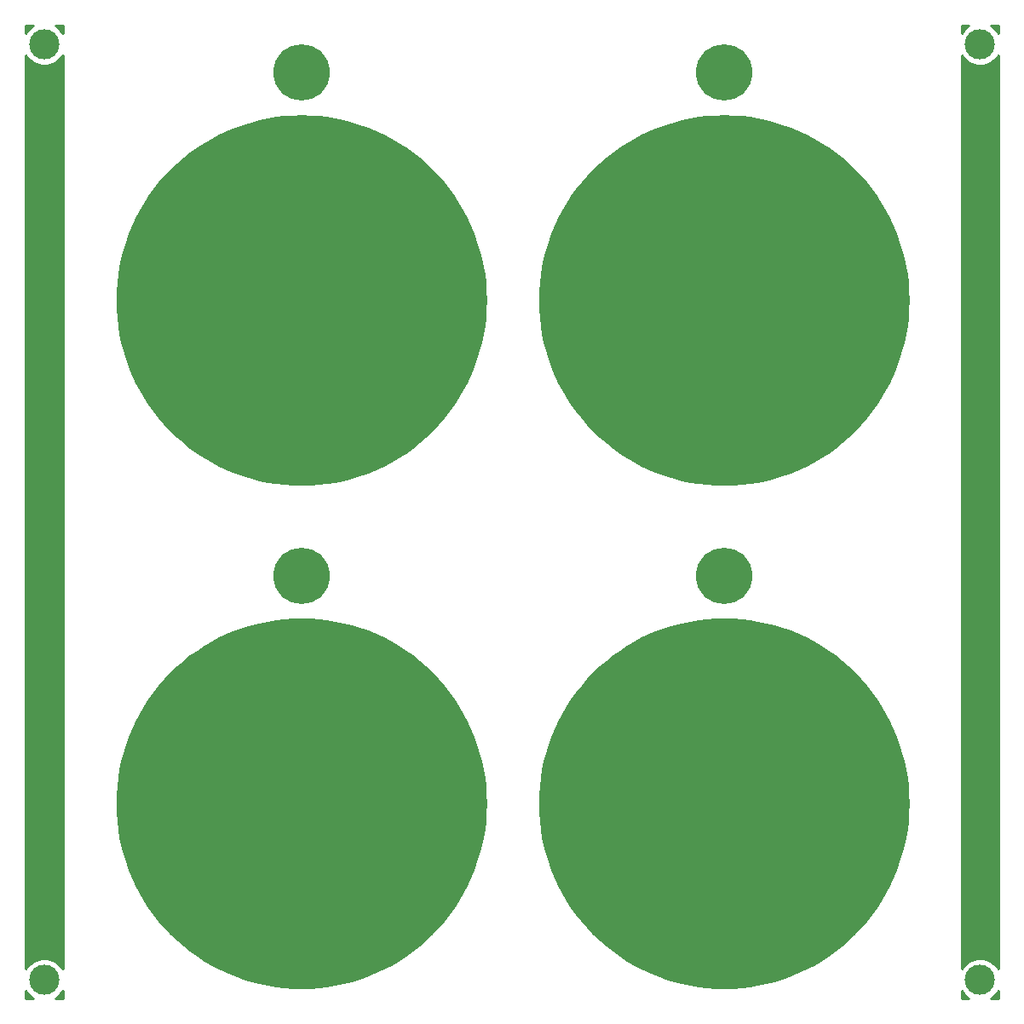
<source format=gtl>
%MOIN*%
%OFA0B0*%
%FSLAX46Y46*%
%IPPOS*%
%LPD*%
%ADD10C,0.22047244094488189*%
%ADD11C,0.01*%
%ADD22C,0.22047244094488189*%
%ADD23C,0.01*%
%ADD24C,0.22047244094488189*%
%ADD25C,0.01*%
%ADD26C,0.22047244094488189*%
%ADD27C,0.01*%
%ADD28C,0.11811023622047245*%
%ADD29C,0.01*%
%ADD30C,0.11811023622047245*%
%ADD31C,0.01*%
D10*
X0000393700Y0002047244D02*
X0001143700Y0003687244D03*
D11*
G36*
X0001176952Y0003516474D02*
G01*
X0001210133Y0003514171D01*
X0001243173Y0003510338D01*
X0001276000Y0003504983D01*
X0001308544Y0003498118D01*
X0001340738Y0003489757D01*
X0001372509Y0003479918D01*
X0001403793Y0003468622D01*
X0001434523Y0003455894D01*
X0001464631Y0003441760D01*
X0001494055Y0003426250D01*
X0001522731Y0003409399D01*
X0001550597Y0003391241D01*
X0001577597Y0003371815D01*
X0001603669Y0003351163D01*
X0001628760Y0003329329D01*
X0001652816Y0003306360D01*
X0001675786Y0003282304D01*
X0001697620Y0003257212D01*
X0001718272Y0003231140D01*
X0001737698Y0003204141D01*
X0001755855Y0003176274D01*
X0001772707Y0003147598D01*
X0001788217Y0003118175D01*
X0001802351Y0003088066D01*
X0001815079Y0003057337D01*
X0001826375Y0003026053D01*
X0001836213Y0002994281D01*
X0001844575Y0002962087D01*
X0001851440Y0002929543D01*
X0001856794Y0002896716D01*
X0001860628Y0002863676D01*
X0001862931Y0002830496D01*
X0001863699Y0002797244D01*
X0001862931Y0002763992D01*
X0001860628Y0002730811D01*
X0001856794Y0002697771D01*
X0001851440Y0002664944D01*
X0001844575Y0002632400D01*
X0001836213Y0002600206D01*
X0001826375Y0002568435D01*
X0001815079Y0002537150D01*
X0001802351Y0002506421D01*
X0001788217Y0002476313D01*
X0001772707Y0002446889D01*
X0001755855Y0002418213D01*
X0001737698Y0002390346D01*
X0001718272Y0002363347D01*
X0001697620Y0002337275D01*
X0001675786Y0002312184D01*
X0001652816Y0002288128D01*
X0001628760Y0002265158D01*
X0001603669Y0002243324D01*
X0001577597Y0002222672D01*
X0001550597Y0002203246D01*
X0001522731Y0002185089D01*
X0001494055Y0002168237D01*
X0001464631Y0002152727D01*
X0001434523Y0002138593D01*
X0001403793Y0002125865D01*
X0001372509Y0002114569D01*
X0001340738Y0002104731D01*
X0001308544Y0002096369D01*
X0001276000Y0002089504D01*
X0001243173Y0002084149D01*
X0001210133Y0002080316D01*
X0001176952Y0002078013D01*
X0001143700Y0002077245D01*
X0001110448Y0002078013D01*
X0001077267Y0002080316D01*
X0001044227Y0002084149D01*
X0001011401Y0002089504D01*
X0000978857Y0002096369D01*
X0000946663Y0002104731D01*
X0000914891Y0002114569D01*
X0000883607Y0002125865D01*
X0000852878Y0002138593D01*
X0000822769Y0002152727D01*
X0000793345Y0002168237D01*
X0000764670Y0002185089D01*
X0000736803Y0002203246D01*
X0000709804Y0002222672D01*
X0000683732Y0002243324D01*
X0000658640Y0002265158D01*
X0000634584Y0002288128D01*
X0000611615Y0002312184D01*
X0000589781Y0002337275D01*
X0000569129Y0002363347D01*
X0000549703Y0002390346D01*
X0000531545Y0002418213D01*
X0000514693Y0002446889D01*
X0000499184Y0002476313D01*
X0000485050Y0002506421D01*
X0000472321Y0002537150D01*
X0000461026Y0002568435D01*
X0000451187Y0002600206D01*
X0000442826Y0002632400D01*
X0000435961Y0002664944D01*
X0000430606Y0002697771D01*
X0000426773Y0002730811D01*
X0000424470Y0002763992D01*
X0000423702Y0002797244D01*
X0000424470Y0002830496D01*
X0000426773Y0002863676D01*
X0000430606Y0002896716D01*
X0000435961Y0002929543D01*
X0000442826Y0002962087D01*
X0000451187Y0002994281D01*
X0000461026Y0003026053D01*
X0000472321Y0003057337D01*
X0000485050Y0003088066D01*
X0000499184Y0003118175D01*
X0000514693Y0003147598D01*
X0000531545Y0003176274D01*
X0000549703Y0003204141D01*
X0000569129Y0003231140D01*
X0000589781Y0003257212D01*
X0000611615Y0003282304D01*
X0000634584Y0003306360D01*
X0000658640Y0003329329D01*
X0000683732Y0003351163D01*
X0000709804Y0003371815D01*
X0000736803Y0003391241D01*
X0000764670Y0003409399D01*
X0000793345Y0003426250D01*
X0000822769Y0003441760D01*
X0000852878Y0003455894D01*
X0000883607Y0003468622D01*
X0000914891Y0003479918D01*
X0000946663Y0003489757D01*
X0000978857Y0003498118D01*
X0001011401Y0003504983D01*
X0001044227Y0003510338D01*
X0001077267Y0003514171D01*
X0001110448Y0003516474D01*
X0001143700Y0003517242D01*
X0001176952Y0003516474D01*
G37*
X0001176952Y0003516474D02*
X0001210133Y0003514171D01*
X0001243173Y0003510338D01*
X0001276000Y0003504983D01*
X0001308544Y0003498118D01*
X0001340738Y0003489757D01*
X0001372509Y0003479918D01*
X0001403793Y0003468622D01*
X0001434523Y0003455894D01*
X0001464631Y0003441760D01*
X0001494055Y0003426250D01*
X0001522731Y0003409399D01*
X0001550597Y0003391241D01*
X0001577597Y0003371815D01*
X0001603669Y0003351163D01*
X0001628760Y0003329329D01*
X0001652816Y0003306360D01*
X0001675786Y0003282304D01*
X0001697620Y0003257212D01*
X0001718272Y0003231140D01*
X0001737698Y0003204141D01*
X0001755855Y0003176274D01*
X0001772707Y0003147598D01*
X0001788217Y0003118175D01*
X0001802351Y0003088066D01*
X0001815079Y0003057337D01*
X0001826375Y0003026053D01*
X0001836213Y0002994281D01*
X0001844575Y0002962087D01*
X0001851440Y0002929543D01*
X0001856794Y0002896716D01*
X0001860628Y0002863676D01*
X0001862931Y0002830496D01*
X0001863699Y0002797244D01*
X0001862931Y0002763992D01*
X0001860628Y0002730811D01*
X0001856794Y0002697771D01*
X0001851440Y0002664944D01*
X0001844575Y0002632400D01*
X0001836213Y0002600206D01*
X0001826375Y0002568435D01*
X0001815079Y0002537150D01*
X0001802351Y0002506421D01*
X0001788217Y0002476313D01*
X0001772707Y0002446889D01*
X0001755855Y0002418213D01*
X0001737698Y0002390346D01*
X0001718272Y0002363347D01*
X0001697620Y0002337275D01*
X0001675786Y0002312184D01*
X0001652816Y0002288128D01*
X0001628760Y0002265158D01*
X0001603669Y0002243324D01*
X0001577597Y0002222672D01*
X0001550597Y0002203246D01*
X0001522731Y0002185089D01*
X0001494055Y0002168237D01*
X0001464631Y0002152727D01*
X0001434523Y0002138593D01*
X0001403793Y0002125865D01*
X0001372509Y0002114569D01*
X0001340738Y0002104731D01*
X0001308544Y0002096369D01*
X0001276000Y0002089504D01*
X0001243173Y0002084149D01*
X0001210133Y0002080316D01*
X0001176952Y0002078013D01*
X0001143700Y0002077245D01*
X0001110448Y0002078013D01*
X0001077267Y0002080316D01*
X0001044227Y0002084149D01*
X0001011401Y0002089504D01*
X0000978857Y0002096369D01*
X0000946663Y0002104731D01*
X0000914891Y0002114569D01*
X0000883607Y0002125865D01*
X0000852878Y0002138593D01*
X0000822769Y0002152727D01*
X0000793345Y0002168237D01*
X0000764670Y0002185089D01*
X0000736803Y0002203246D01*
X0000709804Y0002222672D01*
X0000683732Y0002243324D01*
X0000658640Y0002265158D01*
X0000634584Y0002288128D01*
X0000611615Y0002312184D01*
X0000589781Y0002337275D01*
X0000569129Y0002363347D01*
X0000549703Y0002390346D01*
X0000531545Y0002418213D01*
X0000514693Y0002446889D01*
X0000499184Y0002476313D01*
X0000485050Y0002506421D01*
X0000472321Y0002537150D01*
X0000461026Y0002568435D01*
X0000451187Y0002600206D01*
X0000442826Y0002632400D01*
X0000435961Y0002664944D01*
X0000430606Y0002697771D01*
X0000426773Y0002730811D01*
X0000424470Y0002763992D01*
X0000423702Y0002797244D01*
X0000424470Y0002830496D01*
X0000426773Y0002863676D01*
X0000430606Y0002896716D01*
X0000435961Y0002929543D01*
X0000442826Y0002962087D01*
X0000451187Y0002994281D01*
X0000461026Y0003026053D01*
X0000472321Y0003057337D01*
X0000485050Y0003088066D01*
X0000499184Y0003118175D01*
X0000514693Y0003147598D01*
X0000531545Y0003176274D01*
X0000549703Y0003204141D01*
X0000569129Y0003231140D01*
X0000589781Y0003257212D01*
X0000611615Y0003282304D01*
X0000634584Y0003306360D01*
X0000658640Y0003329329D01*
X0000683732Y0003351163D01*
X0000709804Y0003371815D01*
X0000736803Y0003391241D01*
X0000764670Y0003409399D01*
X0000793345Y0003426250D01*
X0000822769Y0003441760D01*
X0000852878Y0003455894D01*
X0000883607Y0003468622D01*
X0000914891Y0003479918D01*
X0000946663Y0003489757D01*
X0000978857Y0003498118D01*
X0001011401Y0003504983D01*
X0001044227Y0003510338D01*
X0001077267Y0003514171D01*
X0001110448Y0003516474D01*
X0001143700Y0003517242D01*
X0001176952Y0003516474D01*
G04 next file*
G04 #@! TF.GenerationSoftware,KiCad,Pcbnew,(5.1.5)-3*
G04 #@! TF.CreationDate,2019-12-21T18:44:43-08:00*
G04 #@! TF.ProjectId,mole_keychain,6d6f6c65-5f6b-4657-9963-6861696e2e6b,A*
G04 #@! TF.SameCoordinates,Original*
G04 #@! TF.FileFunction,Copper,L1,Top*
G04 #@! TF.FilePolarity,Positive*
G04 Gerber Fmt 4.6, Leading zero omitted, Abs format (unit mm)*
G04 Created by KiCad (PCBNEW (5.1.5)-3) date 2019-12-21 18:44:43*
G04 APERTURE LIST*
G04 APERTURE END LIST*
D22*
X0002047244Y0002047244D02*
X0002797244Y0003687244D03*
D23*
G36*
X0002830496Y0003516474D02*
G01*
X0002863676Y0003514171D01*
X0002896716Y0003510338D01*
X0002929543Y0003504983D01*
X0002962087Y0003498118D01*
X0002994281Y0003489757D01*
X0003026053Y0003479918D01*
X0003057337Y0003468622D01*
X0003088066Y0003455894D01*
X0003118175Y0003441760D01*
X0003147598Y0003426250D01*
X0003176274Y0003409399D01*
X0003204141Y0003391241D01*
X0003231140Y0003371815D01*
X0003257212Y0003351163D01*
X0003282304Y0003329329D01*
X0003306360Y0003306360D01*
X0003329329Y0003282304D01*
X0003351163Y0003257212D01*
X0003371815Y0003231140D01*
X0003391241Y0003204141D01*
X0003409399Y0003176274D01*
X0003426250Y0003147598D01*
X0003441760Y0003118175D01*
X0003455894Y0003088066D01*
X0003468622Y0003057337D01*
X0003479918Y0003026053D01*
X0003489757Y0002994281D01*
X0003498118Y0002962087D01*
X0003504983Y0002929543D01*
X0003510338Y0002896716D01*
X0003514171Y0002863676D01*
X0003516474Y0002830496D01*
X0003517242Y0002797244D01*
X0003516474Y0002763992D01*
X0003514171Y0002730811D01*
X0003510338Y0002697771D01*
X0003504983Y0002664944D01*
X0003498118Y0002632400D01*
X0003489757Y0002600206D01*
X0003479918Y0002568435D01*
X0003468622Y0002537150D01*
X0003455894Y0002506421D01*
X0003441760Y0002476313D01*
X0003426250Y0002446889D01*
X0003409399Y0002418213D01*
X0003391241Y0002390346D01*
X0003371815Y0002363347D01*
X0003351163Y0002337275D01*
X0003329329Y0002312184D01*
X0003306360Y0002288128D01*
X0003282304Y0002265158D01*
X0003257212Y0002243324D01*
X0003231140Y0002222672D01*
X0003204141Y0002203246D01*
X0003176274Y0002185089D01*
X0003147598Y0002168237D01*
X0003118175Y0002152727D01*
X0003088066Y0002138593D01*
X0003057337Y0002125865D01*
X0003026053Y0002114569D01*
X0002994281Y0002104731D01*
X0002962087Y0002096369D01*
X0002929543Y0002089504D01*
X0002896716Y0002084149D01*
X0002863676Y0002080316D01*
X0002830496Y0002078013D01*
X0002797244Y0002077245D01*
X0002763992Y0002078013D01*
X0002730811Y0002080316D01*
X0002697771Y0002084149D01*
X0002664944Y0002089504D01*
X0002632400Y0002096369D01*
X0002600206Y0002104731D01*
X0002568435Y0002114569D01*
X0002537150Y0002125865D01*
X0002506421Y0002138593D01*
X0002476313Y0002152727D01*
X0002446889Y0002168237D01*
X0002418213Y0002185089D01*
X0002390346Y0002203246D01*
X0002363347Y0002222672D01*
X0002337275Y0002243324D01*
X0002312184Y0002265158D01*
X0002288128Y0002288128D01*
X0002265158Y0002312184D01*
X0002243324Y0002337275D01*
X0002222672Y0002363347D01*
X0002203246Y0002390346D01*
X0002185089Y0002418213D01*
X0002168237Y0002446889D01*
X0002152727Y0002476313D01*
X0002138593Y0002506421D01*
X0002125865Y0002537150D01*
X0002114569Y0002568435D01*
X0002104731Y0002600206D01*
X0002096369Y0002632400D01*
X0002089504Y0002664944D01*
X0002084149Y0002697771D01*
X0002080316Y0002730811D01*
X0002078013Y0002763992D01*
X0002077245Y0002797244D01*
X0002078013Y0002830496D01*
X0002080316Y0002863676D01*
X0002084149Y0002896716D01*
X0002089504Y0002929543D01*
X0002096369Y0002962087D01*
X0002104731Y0002994281D01*
X0002114569Y0003026053D01*
X0002125865Y0003057337D01*
X0002138593Y0003088066D01*
X0002152727Y0003118175D01*
X0002168237Y0003147598D01*
X0002185089Y0003176274D01*
X0002203246Y0003204141D01*
X0002222672Y0003231140D01*
X0002243324Y0003257212D01*
X0002265158Y0003282304D01*
X0002288128Y0003306360D01*
X0002312184Y0003329329D01*
X0002337275Y0003351163D01*
X0002363347Y0003371815D01*
X0002390346Y0003391241D01*
X0002418213Y0003409399D01*
X0002446889Y0003426250D01*
X0002476313Y0003441760D01*
X0002506421Y0003455894D01*
X0002537150Y0003468622D01*
X0002568435Y0003479918D01*
X0002600206Y0003489757D01*
X0002632400Y0003498118D01*
X0002664944Y0003504983D01*
X0002697771Y0003510338D01*
X0002730811Y0003514171D01*
X0002763992Y0003516474D01*
X0002797244Y0003517242D01*
X0002830496Y0003516474D01*
G37*
X0002830496Y0003516474D02*
X0002863676Y0003514171D01*
X0002896716Y0003510338D01*
X0002929543Y0003504983D01*
X0002962087Y0003498118D01*
X0002994281Y0003489757D01*
X0003026053Y0003479918D01*
X0003057337Y0003468622D01*
X0003088066Y0003455894D01*
X0003118175Y0003441760D01*
X0003147598Y0003426250D01*
X0003176274Y0003409399D01*
X0003204141Y0003391241D01*
X0003231140Y0003371815D01*
X0003257212Y0003351163D01*
X0003282304Y0003329329D01*
X0003306360Y0003306360D01*
X0003329329Y0003282304D01*
X0003351163Y0003257212D01*
X0003371815Y0003231140D01*
X0003391241Y0003204141D01*
X0003409399Y0003176274D01*
X0003426250Y0003147598D01*
X0003441760Y0003118175D01*
X0003455894Y0003088066D01*
X0003468622Y0003057337D01*
X0003479918Y0003026053D01*
X0003489757Y0002994281D01*
X0003498118Y0002962087D01*
X0003504983Y0002929543D01*
X0003510338Y0002896716D01*
X0003514171Y0002863676D01*
X0003516474Y0002830496D01*
X0003517242Y0002797244D01*
X0003516474Y0002763992D01*
X0003514171Y0002730811D01*
X0003510338Y0002697771D01*
X0003504983Y0002664944D01*
X0003498118Y0002632400D01*
X0003489757Y0002600206D01*
X0003479918Y0002568435D01*
X0003468622Y0002537150D01*
X0003455894Y0002506421D01*
X0003441760Y0002476313D01*
X0003426250Y0002446889D01*
X0003409399Y0002418213D01*
X0003391241Y0002390346D01*
X0003371815Y0002363347D01*
X0003351163Y0002337275D01*
X0003329329Y0002312184D01*
X0003306360Y0002288128D01*
X0003282304Y0002265158D01*
X0003257212Y0002243324D01*
X0003231140Y0002222672D01*
X0003204141Y0002203246D01*
X0003176274Y0002185089D01*
X0003147598Y0002168237D01*
X0003118175Y0002152727D01*
X0003088066Y0002138593D01*
X0003057337Y0002125865D01*
X0003026053Y0002114569D01*
X0002994281Y0002104731D01*
X0002962087Y0002096369D01*
X0002929543Y0002089504D01*
X0002896716Y0002084149D01*
X0002863676Y0002080316D01*
X0002830496Y0002078013D01*
X0002797244Y0002077245D01*
X0002763992Y0002078013D01*
X0002730811Y0002080316D01*
X0002697771Y0002084149D01*
X0002664944Y0002089504D01*
X0002632400Y0002096369D01*
X0002600206Y0002104731D01*
X0002568435Y0002114569D01*
X0002537150Y0002125865D01*
X0002506421Y0002138593D01*
X0002476313Y0002152727D01*
X0002446889Y0002168237D01*
X0002418213Y0002185089D01*
X0002390346Y0002203246D01*
X0002363347Y0002222672D01*
X0002337275Y0002243324D01*
X0002312184Y0002265158D01*
X0002288128Y0002288128D01*
X0002265158Y0002312184D01*
X0002243324Y0002337275D01*
X0002222672Y0002363347D01*
X0002203246Y0002390346D01*
X0002185089Y0002418213D01*
X0002168237Y0002446889D01*
X0002152727Y0002476313D01*
X0002138593Y0002506421D01*
X0002125865Y0002537150D01*
X0002114569Y0002568435D01*
X0002104731Y0002600206D01*
X0002096369Y0002632400D01*
X0002089504Y0002664944D01*
X0002084149Y0002697771D01*
X0002080316Y0002730811D01*
X0002078013Y0002763992D01*
X0002077245Y0002797244D01*
X0002078013Y0002830496D01*
X0002080316Y0002863676D01*
X0002084149Y0002896716D01*
X0002089504Y0002929543D01*
X0002096369Y0002962087D01*
X0002104731Y0002994281D01*
X0002114569Y0003026053D01*
X0002125865Y0003057337D01*
X0002138593Y0003088066D01*
X0002152727Y0003118175D01*
X0002168237Y0003147598D01*
X0002185089Y0003176274D01*
X0002203246Y0003204141D01*
X0002222672Y0003231140D01*
X0002243324Y0003257212D01*
X0002265158Y0003282304D01*
X0002288128Y0003306360D01*
X0002312184Y0003329329D01*
X0002337275Y0003351163D01*
X0002363347Y0003371815D01*
X0002390346Y0003391241D01*
X0002418213Y0003409399D01*
X0002446889Y0003426250D01*
X0002476313Y0003441760D01*
X0002506421Y0003455894D01*
X0002537150Y0003468622D01*
X0002568435Y0003479918D01*
X0002600206Y0003489757D01*
X0002632400Y0003498118D01*
X0002664944Y0003504983D01*
X0002697771Y0003510338D01*
X0002730811Y0003514171D01*
X0002763992Y0003516474D01*
X0002797244Y0003517242D01*
X0002830496Y0003516474D01*
G04 next file*
G04 #@! TF.GenerationSoftware,KiCad,Pcbnew,(5.1.5)-3*
G04 #@! TF.CreationDate,2019-12-21T18:44:43-08:00*
G04 #@! TF.ProjectId,mole_keychain,6d6f6c65-5f6b-4657-9963-6861696e2e6b,A*
G04 #@! TF.SameCoordinates,Original*
G04 #@! TF.FileFunction,Copper,L1,Top*
G04 #@! TF.FilePolarity,Positive*
G04 Gerber Fmt 4.6, Leading zero omitted, Abs format (unit mm)*
G04 Created by KiCad (PCBNEW (5.1.5)-3) date 2019-12-21 18:44:43*
G04 APERTURE LIST*
G04 APERTURE END LIST*
D24*
X0002047244Y0000078740D02*
X0002797244Y0001718740D03*
D25*
G36*
X0002830496Y0001547970D02*
G01*
X0002863676Y0001545667D01*
X0002896716Y0001541834D01*
X0002929543Y0001536479D01*
X0002962087Y0001529614D01*
X0002994281Y0001521253D01*
X0003026053Y0001511414D01*
X0003057337Y0001500119D01*
X0003088066Y0001487390D01*
X0003118175Y0001473256D01*
X0003147598Y0001457746D01*
X0003176274Y0001440895D01*
X0003204141Y0001422737D01*
X0003231140Y0001403311D01*
X0003257212Y0001382659D01*
X0003282304Y0001360825D01*
X0003306360Y0001337856D01*
X0003329329Y0001313800D01*
X0003351163Y0001288708D01*
X0003371815Y0001262636D01*
X0003391241Y0001235637D01*
X0003409399Y0001207770D01*
X0003426250Y0001179094D01*
X0003441760Y0001149671D01*
X0003455894Y0001119562D01*
X0003468622Y0001088833D01*
X0003479918Y0001057549D01*
X0003489757Y0001025777D01*
X0003498118Y0000993583D01*
X0003504983Y0000961039D01*
X0003510338Y0000928212D01*
X0003514171Y0000895172D01*
X0003516474Y0000861992D01*
X0003517242Y0000828740D01*
X0003516474Y0000795488D01*
X0003514171Y0000762307D01*
X0003510338Y0000729267D01*
X0003504983Y0000696440D01*
X0003498118Y0000663896D01*
X0003489757Y0000631702D01*
X0003479918Y0000599931D01*
X0003468622Y0000568647D01*
X0003455894Y0000537917D01*
X0003441760Y0000507809D01*
X0003426250Y0000478385D01*
X0003409399Y0000449709D01*
X0003391241Y0000421842D01*
X0003371815Y0000394843D01*
X0003351163Y0000368771D01*
X0003329329Y0000343680D01*
X0003306360Y0000319624D01*
X0003282304Y0000296654D01*
X0003257212Y0000274820D01*
X0003231140Y0000254168D01*
X0003204141Y0000234742D01*
X0003176274Y0000216585D01*
X0003147598Y0000199733D01*
X0003118175Y0000184223D01*
X0003088066Y0000170089D01*
X0003057337Y0000157361D01*
X0003026053Y0000146065D01*
X0002994281Y0000136227D01*
X0002962087Y0000127865D01*
X0002929543Y0000121000D01*
X0002896716Y0000115646D01*
X0002863676Y0000111812D01*
X0002830496Y0000109509D01*
X0002797244Y0000108741D01*
X0002763992Y0000109509D01*
X0002730811Y0000111812D01*
X0002697771Y0000115646D01*
X0002664944Y0000121000D01*
X0002632400Y0000127865D01*
X0002600206Y0000136227D01*
X0002568435Y0000146065D01*
X0002537150Y0000157361D01*
X0002506421Y0000170089D01*
X0002476313Y0000184223D01*
X0002446889Y0000199733D01*
X0002418213Y0000216585D01*
X0002390346Y0000234742D01*
X0002363347Y0000254168D01*
X0002337275Y0000274820D01*
X0002312184Y0000296654D01*
X0002288128Y0000319624D01*
X0002265158Y0000343680D01*
X0002243324Y0000368771D01*
X0002222672Y0000394843D01*
X0002203246Y0000421842D01*
X0002185089Y0000449709D01*
X0002168237Y0000478385D01*
X0002152727Y0000507809D01*
X0002138593Y0000537917D01*
X0002125865Y0000568647D01*
X0002114569Y0000599931D01*
X0002104731Y0000631702D01*
X0002096369Y0000663896D01*
X0002089504Y0000696440D01*
X0002084149Y0000729267D01*
X0002080316Y0000762307D01*
X0002078013Y0000795488D01*
X0002077245Y0000828740D01*
X0002078013Y0000861992D01*
X0002080316Y0000895172D01*
X0002084149Y0000928212D01*
X0002089504Y0000961039D01*
X0002096369Y0000993583D01*
X0002104731Y0001025777D01*
X0002114569Y0001057549D01*
X0002125865Y0001088833D01*
X0002138593Y0001119562D01*
X0002152727Y0001149671D01*
X0002168237Y0001179094D01*
X0002185089Y0001207770D01*
X0002203246Y0001235637D01*
X0002222672Y0001262636D01*
X0002243324Y0001288708D01*
X0002265158Y0001313800D01*
X0002288128Y0001337856D01*
X0002312184Y0001360825D01*
X0002337275Y0001382659D01*
X0002363347Y0001403311D01*
X0002390346Y0001422737D01*
X0002418213Y0001440895D01*
X0002446889Y0001457746D01*
X0002476313Y0001473256D01*
X0002506421Y0001487390D01*
X0002537150Y0001500119D01*
X0002568435Y0001511414D01*
X0002600206Y0001521253D01*
X0002632400Y0001529614D01*
X0002664944Y0001536479D01*
X0002697771Y0001541834D01*
X0002730811Y0001545667D01*
X0002763992Y0001547970D01*
X0002797244Y0001548738D01*
X0002830496Y0001547970D01*
G37*
X0002830496Y0001547970D02*
X0002863676Y0001545667D01*
X0002896716Y0001541834D01*
X0002929543Y0001536479D01*
X0002962087Y0001529614D01*
X0002994281Y0001521253D01*
X0003026053Y0001511414D01*
X0003057337Y0001500119D01*
X0003088066Y0001487390D01*
X0003118175Y0001473256D01*
X0003147598Y0001457746D01*
X0003176274Y0001440895D01*
X0003204141Y0001422737D01*
X0003231140Y0001403311D01*
X0003257212Y0001382659D01*
X0003282304Y0001360825D01*
X0003306360Y0001337856D01*
X0003329329Y0001313800D01*
X0003351163Y0001288708D01*
X0003371815Y0001262636D01*
X0003391241Y0001235637D01*
X0003409399Y0001207770D01*
X0003426250Y0001179094D01*
X0003441760Y0001149671D01*
X0003455894Y0001119562D01*
X0003468622Y0001088833D01*
X0003479918Y0001057549D01*
X0003489757Y0001025777D01*
X0003498118Y0000993583D01*
X0003504983Y0000961039D01*
X0003510338Y0000928212D01*
X0003514171Y0000895172D01*
X0003516474Y0000861992D01*
X0003517242Y0000828740D01*
X0003516474Y0000795488D01*
X0003514171Y0000762307D01*
X0003510338Y0000729267D01*
X0003504983Y0000696440D01*
X0003498118Y0000663896D01*
X0003489757Y0000631702D01*
X0003479918Y0000599931D01*
X0003468622Y0000568647D01*
X0003455894Y0000537917D01*
X0003441760Y0000507809D01*
X0003426250Y0000478385D01*
X0003409399Y0000449709D01*
X0003391241Y0000421842D01*
X0003371815Y0000394843D01*
X0003351163Y0000368771D01*
X0003329329Y0000343680D01*
X0003306360Y0000319624D01*
X0003282304Y0000296654D01*
X0003257212Y0000274820D01*
X0003231140Y0000254168D01*
X0003204141Y0000234742D01*
X0003176274Y0000216585D01*
X0003147598Y0000199733D01*
X0003118175Y0000184223D01*
X0003088066Y0000170089D01*
X0003057337Y0000157361D01*
X0003026053Y0000146065D01*
X0002994281Y0000136227D01*
X0002962087Y0000127865D01*
X0002929543Y0000121000D01*
X0002896716Y0000115646D01*
X0002863676Y0000111812D01*
X0002830496Y0000109509D01*
X0002797244Y0000108741D01*
X0002763992Y0000109509D01*
X0002730811Y0000111812D01*
X0002697771Y0000115646D01*
X0002664944Y0000121000D01*
X0002632400Y0000127865D01*
X0002600206Y0000136227D01*
X0002568435Y0000146065D01*
X0002537150Y0000157361D01*
X0002506421Y0000170089D01*
X0002476313Y0000184223D01*
X0002446889Y0000199733D01*
X0002418213Y0000216585D01*
X0002390346Y0000234742D01*
X0002363347Y0000254168D01*
X0002337275Y0000274820D01*
X0002312184Y0000296654D01*
X0002288128Y0000319624D01*
X0002265158Y0000343680D01*
X0002243324Y0000368771D01*
X0002222672Y0000394843D01*
X0002203246Y0000421842D01*
X0002185089Y0000449709D01*
X0002168237Y0000478385D01*
X0002152727Y0000507809D01*
X0002138593Y0000537917D01*
X0002125865Y0000568647D01*
X0002114569Y0000599931D01*
X0002104731Y0000631702D01*
X0002096369Y0000663896D01*
X0002089504Y0000696440D01*
X0002084149Y0000729267D01*
X0002080316Y0000762307D01*
X0002078013Y0000795488D01*
X0002077245Y0000828740D01*
X0002078013Y0000861992D01*
X0002080316Y0000895172D01*
X0002084149Y0000928212D01*
X0002089504Y0000961039D01*
X0002096369Y0000993583D01*
X0002104731Y0001025777D01*
X0002114569Y0001057549D01*
X0002125865Y0001088833D01*
X0002138593Y0001119562D01*
X0002152727Y0001149671D01*
X0002168237Y0001179094D01*
X0002185089Y0001207770D01*
X0002203246Y0001235637D01*
X0002222672Y0001262636D01*
X0002243324Y0001288708D01*
X0002265158Y0001313800D01*
X0002288128Y0001337856D01*
X0002312184Y0001360825D01*
X0002337275Y0001382659D01*
X0002363347Y0001403311D01*
X0002390346Y0001422737D01*
X0002418213Y0001440895D01*
X0002446889Y0001457746D01*
X0002476313Y0001473256D01*
X0002506421Y0001487390D01*
X0002537150Y0001500119D01*
X0002568435Y0001511414D01*
X0002600206Y0001521253D01*
X0002632400Y0001529614D01*
X0002664944Y0001536479D01*
X0002697771Y0001541834D01*
X0002730811Y0001545667D01*
X0002763992Y0001547970D01*
X0002797244Y0001548738D01*
X0002830496Y0001547970D01*
G04 next file*
G04 #@! TF.GenerationSoftware,KiCad,Pcbnew,(5.1.5)-3*
G04 #@! TF.CreationDate,2019-12-21T18:44:43-08:00*
G04 #@! TF.ProjectId,mole_keychain,6d6f6c65-5f6b-4657-9963-6861696e2e6b,A*
G04 #@! TF.SameCoordinates,Original*
G04 #@! TF.FileFunction,Copper,L1,Top*
G04 #@! TF.FilePolarity,Positive*
G04 Gerber Fmt 4.6, Leading zero omitted, Abs format (unit mm)*
G04 Created by KiCad (PCBNEW (5.1.5)-3) date 2019-12-21 18:44:43*
G04 APERTURE LIST*
G04 APERTURE END LIST*
D26*
X0000393700Y0000078740D02*
X0001143700Y0001718740D03*
D27*
G36*
X0001176952Y0001547970D02*
G01*
X0001210133Y0001545667D01*
X0001243173Y0001541834D01*
X0001276000Y0001536479D01*
X0001308544Y0001529614D01*
X0001340738Y0001521253D01*
X0001372509Y0001511414D01*
X0001403793Y0001500119D01*
X0001434523Y0001487390D01*
X0001464631Y0001473256D01*
X0001494055Y0001457746D01*
X0001522731Y0001440895D01*
X0001550597Y0001422737D01*
X0001577597Y0001403311D01*
X0001603669Y0001382659D01*
X0001628760Y0001360825D01*
X0001652816Y0001337856D01*
X0001675786Y0001313800D01*
X0001697620Y0001288708D01*
X0001718272Y0001262636D01*
X0001737698Y0001235637D01*
X0001755855Y0001207770D01*
X0001772707Y0001179094D01*
X0001788217Y0001149671D01*
X0001802351Y0001119562D01*
X0001815079Y0001088833D01*
X0001826375Y0001057549D01*
X0001836213Y0001025777D01*
X0001844575Y0000993583D01*
X0001851440Y0000961039D01*
X0001856794Y0000928212D01*
X0001860628Y0000895172D01*
X0001862931Y0000861992D01*
X0001863699Y0000828740D01*
X0001862931Y0000795488D01*
X0001860628Y0000762307D01*
X0001856794Y0000729267D01*
X0001851440Y0000696440D01*
X0001844575Y0000663896D01*
X0001836213Y0000631702D01*
X0001826375Y0000599931D01*
X0001815079Y0000568647D01*
X0001802351Y0000537917D01*
X0001788217Y0000507809D01*
X0001772707Y0000478385D01*
X0001755855Y0000449709D01*
X0001737698Y0000421842D01*
X0001718272Y0000394843D01*
X0001697620Y0000368771D01*
X0001675786Y0000343680D01*
X0001652816Y0000319624D01*
X0001628760Y0000296654D01*
X0001603669Y0000274820D01*
X0001577597Y0000254168D01*
X0001550597Y0000234742D01*
X0001522731Y0000216585D01*
X0001494055Y0000199733D01*
X0001464631Y0000184223D01*
X0001434523Y0000170089D01*
X0001403793Y0000157361D01*
X0001372509Y0000146065D01*
X0001340738Y0000136227D01*
X0001308544Y0000127865D01*
X0001276000Y0000121000D01*
X0001243173Y0000115646D01*
X0001210133Y0000111812D01*
X0001176952Y0000109509D01*
X0001143700Y0000108741D01*
X0001110448Y0000109509D01*
X0001077267Y0000111812D01*
X0001044227Y0000115646D01*
X0001011401Y0000121000D01*
X0000978857Y0000127865D01*
X0000946663Y0000136227D01*
X0000914891Y0000146065D01*
X0000883607Y0000157361D01*
X0000852878Y0000170089D01*
X0000822769Y0000184223D01*
X0000793345Y0000199733D01*
X0000764670Y0000216585D01*
X0000736803Y0000234742D01*
X0000709804Y0000254168D01*
X0000683732Y0000274820D01*
X0000658640Y0000296654D01*
X0000634584Y0000319624D01*
X0000611615Y0000343680D01*
X0000589781Y0000368771D01*
X0000569129Y0000394843D01*
X0000549703Y0000421842D01*
X0000531545Y0000449709D01*
X0000514693Y0000478385D01*
X0000499184Y0000507809D01*
X0000485050Y0000537917D01*
X0000472321Y0000568647D01*
X0000461026Y0000599931D01*
X0000451187Y0000631702D01*
X0000442826Y0000663896D01*
X0000435961Y0000696440D01*
X0000430606Y0000729267D01*
X0000426773Y0000762307D01*
X0000424470Y0000795488D01*
X0000423702Y0000828740D01*
X0000424470Y0000861992D01*
X0000426773Y0000895172D01*
X0000430606Y0000928212D01*
X0000435961Y0000961039D01*
X0000442826Y0000993583D01*
X0000451187Y0001025777D01*
X0000461026Y0001057549D01*
X0000472321Y0001088833D01*
X0000485050Y0001119562D01*
X0000499184Y0001149671D01*
X0000514693Y0001179094D01*
X0000531545Y0001207770D01*
X0000549703Y0001235637D01*
X0000569129Y0001262636D01*
X0000589781Y0001288708D01*
X0000611615Y0001313800D01*
X0000634584Y0001337856D01*
X0000658640Y0001360825D01*
X0000683732Y0001382659D01*
X0000709804Y0001403311D01*
X0000736803Y0001422737D01*
X0000764670Y0001440895D01*
X0000793345Y0001457746D01*
X0000822769Y0001473256D01*
X0000852878Y0001487390D01*
X0000883607Y0001500119D01*
X0000914891Y0001511414D01*
X0000946663Y0001521253D01*
X0000978857Y0001529614D01*
X0001011401Y0001536479D01*
X0001044227Y0001541834D01*
X0001077267Y0001545667D01*
X0001110448Y0001547970D01*
X0001143700Y0001548738D01*
X0001176952Y0001547970D01*
G37*
X0001176952Y0001547970D02*
X0001210133Y0001545667D01*
X0001243173Y0001541834D01*
X0001276000Y0001536479D01*
X0001308544Y0001529614D01*
X0001340738Y0001521253D01*
X0001372509Y0001511414D01*
X0001403793Y0001500119D01*
X0001434523Y0001487390D01*
X0001464631Y0001473256D01*
X0001494055Y0001457746D01*
X0001522731Y0001440895D01*
X0001550597Y0001422737D01*
X0001577597Y0001403311D01*
X0001603669Y0001382659D01*
X0001628760Y0001360825D01*
X0001652816Y0001337856D01*
X0001675786Y0001313800D01*
X0001697620Y0001288708D01*
X0001718272Y0001262636D01*
X0001737698Y0001235637D01*
X0001755855Y0001207770D01*
X0001772707Y0001179094D01*
X0001788217Y0001149671D01*
X0001802351Y0001119562D01*
X0001815079Y0001088833D01*
X0001826375Y0001057549D01*
X0001836213Y0001025777D01*
X0001844575Y0000993583D01*
X0001851440Y0000961039D01*
X0001856794Y0000928212D01*
X0001860628Y0000895172D01*
X0001862931Y0000861992D01*
X0001863699Y0000828740D01*
X0001862931Y0000795488D01*
X0001860628Y0000762307D01*
X0001856794Y0000729267D01*
X0001851440Y0000696440D01*
X0001844575Y0000663896D01*
X0001836213Y0000631702D01*
X0001826375Y0000599931D01*
X0001815079Y0000568647D01*
X0001802351Y0000537917D01*
X0001788217Y0000507809D01*
X0001772707Y0000478385D01*
X0001755855Y0000449709D01*
X0001737698Y0000421842D01*
X0001718272Y0000394843D01*
X0001697620Y0000368771D01*
X0001675786Y0000343680D01*
X0001652816Y0000319624D01*
X0001628760Y0000296654D01*
X0001603669Y0000274820D01*
X0001577597Y0000254168D01*
X0001550597Y0000234742D01*
X0001522731Y0000216585D01*
X0001494055Y0000199733D01*
X0001464631Y0000184223D01*
X0001434523Y0000170089D01*
X0001403793Y0000157361D01*
X0001372509Y0000146065D01*
X0001340738Y0000136227D01*
X0001308544Y0000127865D01*
X0001276000Y0000121000D01*
X0001243173Y0000115646D01*
X0001210133Y0000111812D01*
X0001176952Y0000109509D01*
X0001143700Y0000108741D01*
X0001110448Y0000109509D01*
X0001077267Y0000111812D01*
X0001044227Y0000115646D01*
X0001011401Y0000121000D01*
X0000978857Y0000127865D01*
X0000946663Y0000136227D01*
X0000914891Y0000146065D01*
X0000883607Y0000157361D01*
X0000852878Y0000170089D01*
X0000822769Y0000184223D01*
X0000793345Y0000199733D01*
X0000764670Y0000216585D01*
X0000736803Y0000234742D01*
X0000709804Y0000254168D01*
X0000683732Y0000274820D01*
X0000658640Y0000296654D01*
X0000634584Y0000319624D01*
X0000611615Y0000343680D01*
X0000589781Y0000368771D01*
X0000569129Y0000394843D01*
X0000549703Y0000421842D01*
X0000531545Y0000449709D01*
X0000514693Y0000478385D01*
X0000499184Y0000507809D01*
X0000485050Y0000537917D01*
X0000472321Y0000568647D01*
X0000461026Y0000599931D01*
X0000451187Y0000631702D01*
X0000442826Y0000663896D01*
X0000435961Y0000696440D01*
X0000430606Y0000729267D01*
X0000426773Y0000762307D01*
X0000424470Y0000795488D01*
X0000423702Y0000828740D01*
X0000424470Y0000861992D01*
X0000426773Y0000895172D01*
X0000430606Y0000928212D01*
X0000435961Y0000961039D01*
X0000442826Y0000993583D01*
X0000451187Y0001025777D01*
X0000461026Y0001057549D01*
X0000472321Y0001088833D01*
X0000485050Y0001119562D01*
X0000499184Y0001149671D01*
X0000514693Y0001179094D01*
X0000531545Y0001207770D01*
X0000549703Y0001235637D01*
X0000569129Y0001262636D01*
X0000589781Y0001288708D01*
X0000611615Y0001313800D01*
X0000634584Y0001337856D01*
X0000658640Y0001360825D01*
X0000683732Y0001382659D01*
X0000709804Y0001403311D01*
X0000736803Y0001422737D01*
X0000764670Y0001440895D01*
X0000793345Y0001457746D01*
X0000822769Y0001473256D01*
X0000852878Y0001487390D01*
X0000883607Y0001500119D01*
X0000914891Y0001511414D01*
X0000946663Y0001521253D01*
X0000978857Y0001529614D01*
X0001011401Y0001536479D01*
X0001044227Y0001541834D01*
X0001077267Y0001545667D01*
X0001110448Y0001547970D01*
X0001143700Y0001548738D01*
X0001176952Y0001547970D01*
G04 next file*
G04 #@! TF.GenerationSoftware,KiCad,Pcbnew,(5.1.5)-3*
G04 #@! TF.CreationDate,2019-12-21T19:25:36-08:00*
G04 #@! TF.ProjectId,mole-small-frame-A,6d6f6c65-2d73-46d6-916c-6c2d6672616d,rev?*
G04 #@! TF.SameCoordinates,Original*
G04 #@! TF.FileFunction,Copper,L1,Top*
G04 #@! TF.FilePolarity,Positive*
G04 Gerber Fmt 4.6, Leading zero omitted, Abs format (unit mm)*
G04 Created by KiCad (PCBNEW (5.1.5)-3) date 2019-12-21 19:25:36*
G04 APERTURE LIST*
G04 APERTURE END LIST*
D28*
X0003700787Y0000039370D02*
X0003799212Y0000137795D03*
X0003799212Y0003799212D03*
D29*
G36*
X0003733922Y0000084213D02*
G01*
X0003745630Y0000072505D01*
X0003756332Y0000065354D01*
X0003726771Y0000065354D01*
X0003726771Y0000094915D01*
X0003733922Y0000084213D01*
G37*
X0003733922Y0000084213D02*
X0003745630Y0000072505D01*
X0003756332Y0000065354D01*
X0003726771Y0000065354D01*
X0003726771Y0000094915D01*
X0003733922Y0000084213D01*
G36*
X0003871653Y0000065354D02*
G01*
X0003842092Y0000065354D01*
X0003852794Y0000072505D01*
X0003864502Y0000084213D01*
X0003871653Y0000094915D01*
X0003871653Y0000065354D01*
G37*
X0003871653Y0000065354D02*
X0003842092Y0000065354D01*
X0003852794Y0000072505D01*
X0003864502Y0000084213D01*
X0003871653Y0000094915D01*
X0003871653Y0000065354D01*
G36*
X0003871653Y0000180674D02*
G01*
X0003864502Y0000191377D01*
X0003852794Y0000203085D01*
X0003839027Y0000212283D01*
X0003823730Y0000218620D01*
X0003807491Y0000221850D01*
X0003790933Y0000221850D01*
X0003774694Y0000218620D01*
X0003759397Y0000212283D01*
X0003745630Y0000203085D01*
X0003733922Y0000191377D01*
X0003726771Y0000180674D01*
X0003726771Y0003756332D01*
X0003733922Y0003745630D01*
X0003745630Y0003733922D01*
X0003759397Y0003724723D01*
X0003774694Y0003718387D01*
X0003790933Y0003715157D01*
X0003807491Y0003715157D01*
X0003823730Y0003718387D01*
X0003839027Y0003724723D01*
X0003852794Y0003733922D01*
X0003864502Y0003745630D01*
X0003871653Y0003756332D01*
X0003871653Y0000180674D01*
G37*
X0003871653Y0000180674D02*
X0003864502Y0000191377D01*
X0003852794Y0000203085D01*
X0003839027Y0000212283D01*
X0003823730Y0000218620D01*
X0003807491Y0000221850D01*
X0003790933Y0000221850D01*
X0003774694Y0000218620D01*
X0003759397Y0000212283D01*
X0003745630Y0000203085D01*
X0003733922Y0000191377D01*
X0003726771Y0000180674D01*
X0003726771Y0003756332D01*
X0003733922Y0003745630D01*
X0003745630Y0003733922D01*
X0003759397Y0003724723D01*
X0003774694Y0003718387D01*
X0003790933Y0003715157D01*
X0003807491Y0003715157D01*
X0003823730Y0003718387D01*
X0003839027Y0003724723D01*
X0003852794Y0003733922D01*
X0003864502Y0003745630D01*
X0003871653Y0003756332D01*
X0003871653Y0000180674D01*
G36*
X0003745630Y0003864502D02*
G01*
X0003733922Y0003852794D01*
X0003726771Y0003842092D01*
X0003726771Y0003871653D01*
X0003756332Y0003871653D01*
X0003745630Y0003864502D01*
G37*
X0003745630Y0003864502D02*
X0003733922Y0003852794D01*
X0003726771Y0003842092D01*
X0003726771Y0003871653D01*
X0003756332Y0003871653D01*
X0003745630Y0003864502D01*
G36*
X0003871653Y0003842092D02*
G01*
X0003864502Y0003852794D01*
X0003852794Y0003864502D01*
X0003842092Y0003871653D01*
X0003871653Y0003871653D01*
X0003871653Y0003842092D01*
G37*
X0003871653Y0003842092D02*
X0003864502Y0003852794D01*
X0003852794Y0003864502D01*
X0003842092Y0003871653D01*
X0003871653Y0003871653D01*
X0003871653Y0003842092D01*
G04 next file*
G04 #@! TF.GenerationSoftware,KiCad,Pcbnew,(5.1.5)-3*
G04 #@! TF.CreationDate,2019-12-21T19:27:07-08:00*
G04 #@! TF.ProjectId,mole-small-frame-B,6d6f6c65-2d73-46d6-916c-6c2d6672616d,rev?*
G04 #@! TF.SameCoordinates,Original*
G04 #@! TF.FileFunction,Copper,L1,Top*
G04 #@! TF.FilePolarity,Positive*
G04 Gerber Fmt 4.6, Leading zero omitted, Abs format (unit mm)*
G04 Created by KiCad (PCBNEW (5.1.5)-3) date 2019-12-21 19:27:07*
G04 APERTURE LIST*
G04 APERTURE END LIST*
D30*
X0000039370Y0000039370D02*
X0000137795Y0000137795D03*
X0000137795Y0003799212D03*
D31*
G36*
X0000072505Y0000084213D02*
G01*
X0000084213Y0000072505D01*
X0000094915Y0000065354D01*
X0000065354Y0000065354D01*
X0000065354Y0000094915D01*
X0000072505Y0000084213D01*
G37*
X0000072505Y0000084213D02*
X0000084213Y0000072505D01*
X0000094915Y0000065354D01*
X0000065354Y0000065354D01*
X0000065354Y0000094915D01*
X0000072505Y0000084213D01*
G36*
X0000210236Y0000065354D02*
G01*
X0000180674Y0000065354D01*
X0000191377Y0000072505D01*
X0000203085Y0000084213D01*
X0000210236Y0000094915D01*
X0000210236Y0000065354D01*
G37*
X0000210236Y0000065354D02*
X0000180674Y0000065354D01*
X0000191377Y0000072505D01*
X0000203085Y0000084213D01*
X0000210236Y0000094915D01*
X0000210236Y0000065354D01*
G36*
X0000210236Y0000180674D02*
G01*
X0000203085Y0000191377D01*
X0000191377Y0000203085D01*
X0000177610Y0000212283D01*
X0000162313Y0000218620D01*
X0000146073Y0000221850D01*
X0000129516Y0000221850D01*
X0000113277Y0000218620D01*
X0000097980Y0000212283D01*
X0000084213Y0000203085D01*
X0000072505Y0000191377D01*
X0000065354Y0000180674D01*
X0000065354Y0003756332D01*
X0000072505Y0003745630D01*
X0000084213Y0003733922D01*
X0000097980Y0003724723D01*
X0000113277Y0003718387D01*
X0000129516Y0003715157D01*
X0000146073Y0003715157D01*
X0000162313Y0003718387D01*
X0000177610Y0003724723D01*
X0000191377Y0003733922D01*
X0000203085Y0003745630D01*
X0000210236Y0003756332D01*
X0000210236Y0000180674D01*
G37*
X0000210236Y0000180674D02*
X0000203085Y0000191377D01*
X0000191377Y0000203085D01*
X0000177610Y0000212283D01*
X0000162313Y0000218620D01*
X0000146073Y0000221850D01*
X0000129516Y0000221850D01*
X0000113277Y0000218620D01*
X0000097980Y0000212283D01*
X0000084213Y0000203085D01*
X0000072505Y0000191377D01*
X0000065354Y0000180674D01*
X0000065354Y0003756332D01*
X0000072505Y0003745630D01*
X0000084213Y0003733922D01*
X0000097980Y0003724723D01*
X0000113277Y0003718387D01*
X0000129516Y0003715157D01*
X0000146073Y0003715157D01*
X0000162313Y0003718387D01*
X0000177610Y0003724723D01*
X0000191377Y0003733922D01*
X0000203085Y0003745630D01*
X0000210236Y0003756332D01*
X0000210236Y0000180674D01*
G36*
X0000084213Y0003864502D02*
G01*
X0000072505Y0003852794D01*
X0000065354Y0003842092D01*
X0000065354Y0003871653D01*
X0000094915Y0003871653D01*
X0000084213Y0003864502D01*
G37*
X0000084213Y0003864502D02*
X0000072505Y0003852794D01*
X0000065354Y0003842092D01*
X0000065354Y0003871653D01*
X0000094915Y0003871653D01*
X0000084213Y0003864502D01*
G36*
X0000210236Y0003842092D02*
G01*
X0000203085Y0003852794D01*
X0000191377Y0003864502D01*
X0000180674Y0003871653D01*
X0000210236Y0003871653D01*
X0000210236Y0003842092D01*
G37*
X0000210236Y0003842092D02*
X0000203085Y0003852794D01*
X0000191377Y0003864502D01*
X0000180674Y0003871653D01*
X0000210236Y0003871653D01*
X0000210236Y0003842092D01*
M02*
</source>
